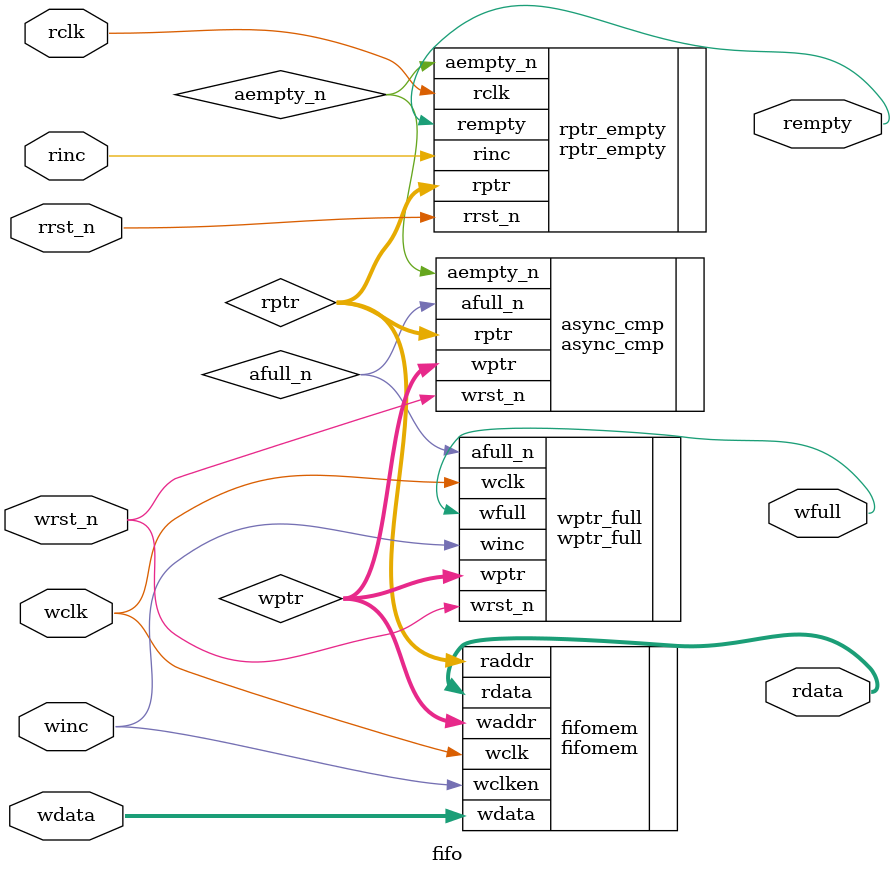
<source format=v>
`default_nettype none

module fifo #(parameter DSIZE = 8, parameter ASIZE = 4)
	    (output [DSIZE - 1:0] rdata,
	     output wfull,
	     output rempty,
	     input [DSIZE - 1:0] wdata,
	     input winc,
	     input wclk,
	     input wrst_n,
	     input rinc,
	     input rclk,
	     input rrst_n);
	reg aempty_n, afull_n;
	wire [ASIZE - 1:0] wptr, rptr;

	async_cmp #(ASIZE) async_cmp(.aempty_n(aempty_n),
				     .afull_n(afull_n),
				     .wptr(wptr),
				     .rptr(rptr),
				     .wrst_n(wrst_n));

	fifomem #(DSIZE, ASIZE) fifomem(.rdata(rdata),
					.wdata(wdata),
					.waddr(wptr),
					.raddr(rptr),
					.wclken(winc),
					.wclk(wclk));

	rptr_empty #(ASIZE) rptr_empty(.rempty(rempty),
				       .rptr(rptr),
				       .aempty_n(aempty_n),
				       .rinc(rinc),
				       .rclk(rclk),
				       .rrst_n(rrst_n));

	wptr_full #(ASIZE) wptr_full(.wfull(wfull),
				     .wptr(wptr),
				     .afull_n(afull_n),
				     .winc(winc),
				     .wclk(wclk),
				     .wrst_n(wrst_n));
endmodule

</source>
